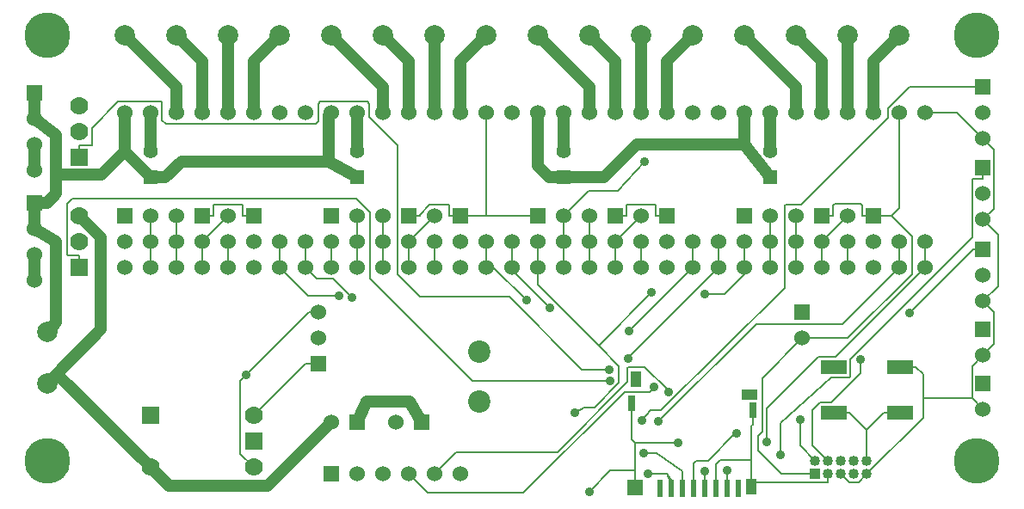
<source format=gbl>
G04 (created by PCBNEW-RS274X (2012-01-19 BZR 3256)-stable) date 29/09/2012 11:03:43*
G01*
G70*
G90*
%MOIN*%
G04 Gerber Fmt 3.4, Leading zero omitted, Abs format*
%FSLAX34Y34*%
G04 APERTURE LIST*
%ADD10C,0.006000*%
%ADD11C,0.070000*%
%ADD12R,0.070000X0.070000*%
%ADD13R,0.060000X0.060000*%
%ADD14C,0.060000*%
%ADD15R,0.098400X0.055000*%
%ADD16R,0.040000X0.040000*%
%ADD17C,0.040000*%
%ADD18C,0.086600*%
%ADD19C,0.078700*%
%ADD20R,0.023600X0.068900*%
%ADD21R,0.059100X0.039400*%
%ADD22R,0.039400X0.061000*%
%ADD23R,0.031500X0.059100*%
%ADD24R,0.059100X0.059100*%
%ADD25R,0.043300X0.059100*%
%ADD26C,0.177200*%
%ADD27R,0.055000X0.055000*%
%ADD28C,0.055000*%
%ADD29C,0.035000*%
%ADD30C,0.045000*%
%ADD31C,0.008000*%
G04 APERTURE END LIST*
G54D10*
G54D11*
X02750Y14250D03*
X02750Y15250D03*
G54D12*
X02750Y13250D03*
G54D11*
X02750Y10000D03*
X02750Y11000D03*
G54D12*
X02750Y09000D03*
G54D13*
X04500Y11000D03*
G54D14*
X05500Y11000D03*
G54D13*
X07500Y11000D03*
G54D14*
X06500Y11000D03*
G54D13*
X09500Y11000D03*
G54D14*
X08500Y11000D03*
G54D13*
X12500Y11000D03*
G54D14*
X13500Y11000D03*
G54D13*
X15500Y11000D03*
G54D14*
X14500Y11000D03*
G54D13*
X17500Y11000D03*
G54D14*
X16500Y11000D03*
G54D13*
X20500Y11000D03*
G54D14*
X21500Y11000D03*
G54D13*
X23500Y11000D03*
G54D14*
X22500Y11000D03*
G54D13*
X25500Y11000D03*
G54D14*
X24500Y11000D03*
G54D13*
X28500Y11000D03*
G54D14*
X29500Y11000D03*
G54D13*
X33500Y11000D03*
G54D14*
X32500Y11000D03*
G54D13*
X31500Y11000D03*
G54D14*
X30500Y11000D03*
G54D13*
X12500Y01000D03*
G54D14*
X13500Y01000D03*
X14500Y01000D03*
X15500Y01000D03*
X16500Y01000D03*
X17500Y01000D03*
G54D11*
X09500Y03250D03*
G54D12*
X09500Y02250D03*
G54D11*
X09500Y01250D03*
G54D15*
X34529Y05136D03*
X34529Y03364D03*
X31970Y05136D03*
X31970Y03364D03*
G54D16*
X31250Y01000D03*
G54D17*
X31250Y01500D03*
X31750Y01000D03*
X31750Y01500D03*
X32250Y01000D03*
X32250Y01500D03*
X32750Y01000D03*
X32750Y01500D03*
X33250Y01000D03*
X33250Y01500D03*
G54D13*
X30750Y07250D03*
G54D14*
X30750Y06250D03*
G54D12*
X05500Y03250D03*
G54D11*
X05500Y01250D03*
G54D18*
X18250Y05715D03*
X18250Y03785D03*
G54D19*
X08500Y18000D03*
X10500Y18000D03*
X06500Y18000D03*
X04500Y18000D03*
X16500Y18000D03*
X18500Y18000D03*
X14500Y18000D03*
X12500Y18000D03*
X32500Y18000D03*
X34500Y18000D03*
X30500Y18000D03*
X28500Y18000D03*
X24500Y18000D03*
X26500Y18000D03*
X22500Y18000D03*
X20500Y18000D03*
X01500Y04500D03*
X01500Y06500D03*
G54D20*
X28272Y00445D03*
X25241Y00445D03*
X25674Y00445D03*
X26107Y00445D03*
X26540Y00445D03*
X26973Y00445D03*
X27406Y00445D03*
X27839Y00445D03*
G54D21*
X28705Y04067D03*
G54D22*
X24296Y04678D03*
G54D23*
X28843Y03477D03*
X24138Y03733D03*
G54D24*
X24276Y00465D03*
G54D25*
X28783Y00485D03*
G54D13*
X12000Y05250D03*
G54D14*
X12000Y06250D03*
X12000Y07250D03*
G54D13*
X01000Y15750D03*
G54D14*
X01000Y14750D03*
X01000Y13750D03*
X01000Y12750D03*
G54D13*
X01000Y11500D03*
G54D14*
X01000Y10500D03*
X01000Y09500D03*
X01000Y08500D03*
G54D13*
X37750Y09700D03*
G54D14*
X37750Y08700D03*
X37750Y07700D03*
G54D13*
X37750Y12850D03*
G54D14*
X37750Y11850D03*
X37750Y10850D03*
G54D13*
X37750Y16000D03*
G54D14*
X37750Y15000D03*
X37750Y14000D03*
G54D13*
X37750Y06600D03*
G54D14*
X37750Y05600D03*
G54D13*
X37750Y04500D03*
G54D14*
X37750Y03500D03*
G54D13*
X13500Y03000D03*
G54D14*
X12500Y03000D03*
G54D13*
X16000Y03000D03*
G54D14*
X15000Y03000D03*
G54D26*
X37500Y01500D03*
X37500Y18000D03*
X01500Y18000D03*
X01500Y01500D03*
G54D14*
X35500Y09000D03*
X34500Y09000D03*
X33500Y09000D03*
X32500Y09000D03*
X31500Y09000D03*
X30500Y09000D03*
X29500Y09000D03*
X28500Y09000D03*
X28500Y15000D03*
X29500Y15000D03*
X30500Y15000D03*
X31500Y15000D03*
X32500Y15000D03*
X33500Y15000D03*
X34500Y15000D03*
X35500Y15000D03*
X28500Y10000D03*
X29500Y10000D03*
X30500Y10000D03*
X31500Y10000D03*
X32500Y10000D03*
X33500Y10000D03*
X34500Y10000D03*
X35500Y10000D03*
X27500Y09000D03*
X26500Y09000D03*
X25500Y09000D03*
X24500Y09000D03*
X23500Y09000D03*
X22500Y09000D03*
X21500Y09000D03*
X20500Y09000D03*
X20500Y15000D03*
X21500Y15000D03*
X22500Y15000D03*
X23500Y15000D03*
X24500Y15000D03*
X25500Y15000D03*
X26500Y15000D03*
X27500Y15000D03*
X20500Y10000D03*
X21500Y10000D03*
X22500Y10000D03*
X23500Y10000D03*
X24500Y10000D03*
X25500Y10000D03*
X26500Y10000D03*
X27500Y10000D03*
X19500Y09000D03*
X18500Y09000D03*
X17500Y09000D03*
X16500Y09000D03*
X15500Y09000D03*
X14500Y09000D03*
X13500Y09000D03*
X12500Y09000D03*
X12500Y15000D03*
X13500Y15000D03*
X14500Y15000D03*
X15500Y15000D03*
X16500Y15000D03*
X17500Y15000D03*
X18500Y15000D03*
X19500Y15000D03*
X12500Y10000D03*
X13500Y10000D03*
X14500Y10000D03*
X15500Y10000D03*
X16500Y10000D03*
X17500Y10000D03*
X18500Y10000D03*
X19500Y10000D03*
X11500Y09000D03*
X10500Y09000D03*
X09500Y09000D03*
X08500Y09000D03*
X07500Y09000D03*
X06500Y09000D03*
X05500Y09000D03*
X04500Y09000D03*
X04500Y15000D03*
X05500Y15000D03*
X06500Y15000D03*
X07500Y15000D03*
X08500Y15000D03*
X09500Y15000D03*
X10500Y15000D03*
X11500Y15000D03*
X04500Y10000D03*
X05500Y10000D03*
X06500Y10000D03*
X07500Y10000D03*
X08500Y10000D03*
X09500Y10000D03*
X10500Y10000D03*
X11500Y10000D03*
G54D27*
X05500Y12500D03*
G54D28*
X05500Y13500D03*
G54D27*
X13500Y12500D03*
G54D28*
X13500Y13500D03*
G54D27*
X21500Y12500D03*
G54D28*
X21500Y13500D03*
G54D27*
X29500Y12500D03*
G54D28*
X29500Y13500D03*
G54D29*
X09219Y04829D03*
X33002Y05433D03*
X30663Y03108D03*
X29380Y02220D03*
X13313Y07834D03*
X20976Y07421D03*
X23998Y05461D03*
X23295Y04608D03*
X23283Y05047D03*
X22500Y00310D03*
X25944Y02202D03*
X24650Y13100D03*
X24780Y00990D03*
X24995Y04355D03*
X25553Y04151D03*
X27840Y01140D03*
X24608Y01801D03*
X26970Y01110D03*
X25186Y03036D03*
X24900Y08020D03*
X26960Y07950D03*
X21930Y03380D03*
X12814Y07901D03*
X20060Y07719D03*
X24035Y06535D03*
X28190Y02550D03*
X24533Y03060D03*
X29900Y01730D03*
X34894Y07246D03*
G54D30*
X04500Y13500D02*
X04500Y15000D01*
X29500Y12500D02*
X28500Y13750D01*
X13500Y12500D02*
X12396Y13104D01*
X01850Y12591D02*
X01850Y11850D01*
X01500Y11500D02*
X01000Y11500D01*
X01850Y11850D02*
X01500Y11500D01*
X06687Y13104D02*
X06083Y12500D01*
X01850Y10000D02*
X01850Y06850D01*
X20500Y15000D02*
X20500Y14500D01*
X20500Y12940D02*
X20950Y12490D01*
X03591Y12591D02*
X04500Y13500D01*
X01850Y12591D02*
X03591Y12591D01*
X01850Y12650D02*
X01850Y12591D01*
X20500Y14500D02*
X20500Y12940D01*
X05500Y12500D02*
X06083Y12500D01*
X01000Y10500D02*
X01000Y11500D01*
X14716Y03798D02*
X13860Y03800D01*
X01000Y10500D02*
X01850Y10000D01*
X01850Y14142D02*
X01000Y14750D01*
X01850Y12591D02*
X01850Y14142D01*
X01850Y06850D02*
X01500Y06500D01*
X15520Y03790D02*
X14716Y03798D01*
X01000Y15750D02*
X01000Y14750D01*
X21500Y12500D02*
X23083Y12500D01*
X28500Y13750D02*
X24333Y13750D01*
X24333Y13750D02*
X23083Y12500D01*
X28500Y13750D02*
X28500Y15000D01*
X12396Y14896D02*
X12500Y15000D01*
X12396Y13104D02*
X12396Y14896D01*
X12396Y13104D02*
X06687Y13104D01*
X16000Y03000D02*
X15520Y03790D01*
X13500Y03000D02*
X13860Y03800D01*
X20950Y12490D02*
X21500Y12500D01*
X01000Y11500D02*
X01000Y11500D01*
X05500Y12500D02*
X04500Y13500D01*
G54D31*
X11500Y05250D02*
X09500Y03250D01*
X12000Y05250D02*
X11500Y05250D01*
X12000Y07250D02*
X11640Y07250D01*
X11640Y07250D02*
X09219Y04829D01*
X08974Y01776D02*
X09500Y01250D01*
X09219Y04829D02*
X08974Y04584D01*
X08974Y04584D02*
X08974Y01776D01*
G54D30*
X32500Y15000D02*
X32500Y18000D01*
X33500Y17000D02*
X34500Y18000D01*
X33500Y15000D02*
X33500Y17000D01*
X31500Y17000D02*
X30500Y18000D01*
X31500Y15000D02*
X31500Y17000D01*
X30500Y16000D02*
X28500Y18000D01*
X30500Y15000D02*
X30500Y16000D01*
X08500Y15000D02*
X08500Y18000D01*
X09500Y15000D02*
X09500Y17000D01*
X09500Y17000D02*
X10500Y18000D01*
X07500Y17000D02*
X06500Y18000D01*
X07500Y15000D02*
X07500Y17000D01*
X06500Y16000D02*
X04500Y18000D01*
X06500Y15000D02*
X06500Y16000D01*
X16500Y15000D02*
X16500Y18000D01*
X17500Y17000D02*
X18500Y18000D01*
X17500Y15000D02*
X17500Y17000D01*
X15500Y17000D02*
X14500Y18000D01*
X15500Y15000D02*
X15500Y17000D01*
X14500Y16000D02*
X12500Y18000D01*
X14500Y15000D02*
X14500Y16000D01*
X24500Y15000D02*
X24500Y18000D01*
X25500Y15000D02*
X25500Y17000D01*
X25500Y17000D02*
X26500Y18000D01*
X23500Y15000D02*
X23500Y17000D01*
X23500Y17000D02*
X22500Y18000D01*
X22500Y15000D02*
X22500Y16000D01*
X22500Y16000D02*
X20500Y18000D01*
G54D31*
X31750Y01500D02*
X31145Y02105D01*
X31145Y02105D02*
X31145Y03480D01*
X31428Y03763D02*
X31861Y03763D01*
X31861Y03763D02*
X33002Y04904D01*
X33002Y04904D02*
X33002Y05433D01*
X31145Y03480D02*
X31428Y03763D01*
X30663Y02087D02*
X30663Y03108D01*
X31250Y01500D02*
X30663Y02087D01*
X33250Y02700D02*
X33914Y03364D01*
X33250Y01500D02*
X33250Y02700D01*
X33250Y02700D02*
X33249Y02700D01*
X31970Y03364D02*
X32585Y03364D01*
X34529Y03364D02*
X33914Y03364D01*
X33249Y02700D02*
X32585Y03364D01*
X35500Y10000D02*
X35500Y09000D01*
X29373Y03537D02*
X29380Y02220D01*
X35500Y09000D02*
X32040Y05540D01*
X32040Y05540D02*
X31376Y05540D01*
X31376Y05540D02*
X29373Y03537D01*
X11500Y09000D02*
X11924Y08576D01*
X11924Y08576D02*
X12571Y08576D01*
X11500Y10000D02*
X11500Y09000D01*
X12571Y08576D02*
X13313Y07834D01*
X19500Y10000D02*
X19500Y09000D01*
X19500Y08897D02*
X20976Y07421D01*
X19500Y09000D02*
X19500Y08897D01*
X27500Y10000D02*
X27500Y09000D01*
X23998Y05498D02*
X23998Y05461D01*
X27500Y09000D02*
X23998Y05498D01*
X23295Y04608D02*
X17968Y04608D01*
X17968Y04608D02*
X14000Y08576D01*
X02277Y09495D02*
X02299Y09473D01*
X02299Y09473D02*
X02750Y09473D01*
X02750Y09000D02*
X02750Y09473D01*
X02461Y11648D02*
X02277Y11464D01*
X13471Y11648D02*
X02461Y11648D01*
X14000Y08576D02*
X14000Y11119D01*
X14000Y11119D02*
X13471Y11648D01*
X02277Y11464D02*
X02277Y09495D01*
X11895Y14556D02*
X06098Y14556D01*
X03223Y13745D02*
X03201Y13723D01*
X03223Y14405D02*
X03223Y13745D01*
X15947Y07855D02*
X15076Y08726D01*
X23283Y05047D02*
X22204Y05047D01*
X13976Y15342D02*
X13889Y15429D01*
X04242Y15424D02*
X03223Y14405D01*
X05922Y15424D02*
X04242Y15424D01*
X15076Y13742D02*
X13976Y14842D01*
X12069Y15429D02*
X11987Y15347D01*
X05944Y14710D02*
X05944Y15402D01*
X13889Y15429D02*
X12069Y15429D01*
X11987Y14648D02*
X11895Y14556D01*
X22204Y05047D02*
X19396Y07855D01*
X15076Y08726D02*
X15076Y13742D01*
X05944Y15402D02*
X05922Y15424D01*
X19396Y07855D02*
X15947Y07855D01*
X03201Y13723D02*
X02750Y13723D01*
X02750Y13250D02*
X02750Y13723D01*
X06098Y14556D02*
X05944Y14710D01*
X11987Y15347D02*
X11987Y14648D01*
X13976Y14842D02*
X13976Y15342D01*
X38174Y13576D02*
X38174Y11274D01*
X32926Y00676D02*
X33250Y01000D01*
X28843Y03327D02*
X28843Y02909D01*
X28783Y01530D02*
X28783Y02293D01*
X32574Y00676D02*
X32926Y00676D01*
X28986Y00676D02*
X28783Y00485D01*
X37326Y03924D02*
X37750Y03500D01*
X34529Y05136D02*
X35144Y05136D01*
X37750Y10850D02*
X38326Y10274D01*
X28783Y02849D02*
X28843Y02909D01*
X38326Y08276D02*
X37750Y07700D01*
X24138Y02340D02*
X24276Y02202D01*
X35500Y15000D02*
X36750Y15000D01*
X33250Y01000D02*
X35426Y03176D01*
X38326Y10274D02*
X38326Y08276D01*
X38174Y07276D02*
X38174Y06024D01*
X24276Y02202D02*
X25944Y02202D01*
X35426Y03924D02*
X37326Y03924D01*
X38174Y11274D02*
X37750Y10850D01*
X35426Y03176D02*
X35426Y03924D01*
X35426Y04854D02*
X35144Y05136D01*
X37326Y05176D02*
X37326Y03924D01*
X28843Y03477D02*
X28843Y02909D01*
X37750Y05600D02*
X37326Y05176D01*
X24276Y00315D02*
X24276Y00465D01*
X24276Y01120D02*
X23310Y01120D01*
X27560Y01530D02*
X28783Y01530D01*
X37750Y14000D02*
X38174Y13576D01*
X32250Y01000D02*
X32574Y00676D01*
X24138Y03733D02*
X24138Y03165D01*
X24138Y03165D02*
X24138Y02340D01*
X28783Y00485D02*
X28783Y01530D01*
X38174Y06024D02*
X37750Y05600D01*
X28783Y02293D02*
X28783Y02849D01*
X28783Y00485D02*
X28783Y00676D01*
X27406Y00445D02*
X27406Y01376D01*
X27406Y01376D02*
X27560Y01530D01*
X31728Y00676D02*
X31750Y00698D01*
X24276Y01120D02*
X24276Y00465D01*
X28783Y00485D02*
X28795Y00485D01*
X24276Y02202D02*
X24276Y01120D01*
X23310Y01120D02*
X22500Y00310D01*
X35426Y03924D02*
X35426Y04854D01*
X31750Y00698D02*
X31750Y01000D01*
X27406Y00445D02*
X27406Y00763D01*
X28783Y00676D02*
X31728Y00676D01*
X37750Y07700D02*
X38174Y07276D01*
X36750Y15000D02*
X37750Y14000D01*
X28795Y00485D02*
X28986Y00676D01*
G54D30*
X03582Y10168D02*
X03582Y06582D01*
X05500Y13500D02*
X05500Y15000D01*
X21500Y13500D02*
X21500Y14500D01*
X01875Y04875D02*
X05500Y01250D01*
X10039Y00539D02*
X12500Y03000D01*
X06211Y00539D02*
X10039Y00539D01*
X21500Y14500D02*
X21500Y15000D01*
X29500Y15000D02*
X29500Y15000D01*
X29500Y13500D02*
X29500Y15000D01*
X02750Y11000D02*
X03582Y10168D01*
X13500Y15000D02*
X13500Y15000D01*
X05500Y01250D02*
X06211Y00539D01*
X01875Y04875D02*
X01500Y04500D01*
X13500Y15000D02*
X13500Y13500D01*
X03582Y06582D02*
X01875Y04875D01*
G54D31*
X06500Y09000D02*
X06500Y10000D01*
X06500Y10000D02*
X06500Y11000D01*
X05500Y09000D02*
X05500Y10000D01*
X05500Y10000D02*
X05500Y11000D01*
X07500Y10000D02*
X07500Y09000D01*
X07500Y10000D02*
X08500Y11000D01*
X08500Y10000D02*
X08500Y09000D01*
X13500Y10000D02*
X13500Y11000D01*
X13500Y09000D02*
X13500Y10000D01*
X14500Y10000D02*
X14500Y11000D01*
X14500Y09000D02*
X14500Y10000D01*
X16500Y10000D02*
X16500Y09000D01*
X15500Y10000D02*
X15500Y09000D01*
X16500Y11000D02*
X15500Y10000D01*
X30500Y11000D02*
X30500Y10000D01*
X30500Y10000D02*
X30500Y09000D01*
X22462Y11962D02*
X23615Y11962D01*
X21500Y11000D02*
X22462Y11962D01*
X21500Y11000D02*
X21500Y10000D01*
X21500Y10000D02*
X21500Y09000D01*
X23615Y11962D02*
X24650Y13100D01*
X23500Y09000D02*
X23500Y10000D01*
X23500Y10000D02*
X24500Y11000D01*
X24500Y10000D02*
X24500Y09000D01*
X22500Y10000D02*
X22500Y09000D01*
X22500Y11000D02*
X22500Y10000D01*
X32500Y10000D02*
X32500Y09000D01*
X31500Y10000D02*
X32500Y11000D01*
X31500Y10000D02*
X31500Y09000D01*
X29500Y09000D02*
X29500Y10000D01*
X29500Y10000D02*
X29500Y11000D01*
G54D30*
X01000Y12750D02*
X01000Y13750D01*
X01000Y08500D02*
X01000Y09500D01*
G54D31*
X25487Y00993D02*
X24779Y00993D01*
X25674Y00763D02*
X25487Y00993D01*
X25674Y00636D02*
X25487Y00993D01*
X25674Y00445D02*
X25674Y00636D01*
X24779Y00993D02*
X24780Y00990D01*
X15500Y01000D02*
X16240Y00260D01*
X19949Y00260D02*
X23869Y04180D01*
X23869Y04180D02*
X24820Y04180D01*
X24820Y04180D02*
X24995Y04355D01*
X16240Y00260D02*
X19949Y00260D01*
X16500Y01000D02*
X17343Y01843D01*
X17343Y01843D02*
X21254Y01843D01*
X25553Y04219D02*
X25553Y04151D01*
X24652Y05120D02*
X25553Y04219D01*
X23999Y05120D02*
X24652Y05120D01*
X23969Y05090D02*
X23999Y05120D01*
X23969Y04558D02*
X23969Y05090D01*
X21254Y01843D02*
X23969Y04558D01*
X27839Y00763D02*
X27839Y00445D01*
X27839Y00445D02*
X27839Y00763D01*
X27839Y00445D02*
X27840Y01140D01*
X24912Y01801D02*
X24608Y01801D01*
X26110Y00840D02*
X26110Y01100D01*
X26107Y00633D02*
X26110Y00840D01*
X26110Y01100D02*
X25099Y01801D01*
X26107Y00445D02*
X26107Y00633D01*
X25099Y01801D02*
X24912Y01801D01*
X26973Y00445D02*
X26973Y00445D01*
X26973Y00445D02*
X26970Y01110D01*
X26973Y00295D02*
X26973Y00445D01*
X28959Y06809D02*
X25186Y03036D01*
X34500Y09000D02*
X32309Y06809D01*
X34500Y10000D02*
X34500Y09000D01*
X32309Y06809D02*
X28959Y06809D01*
X22688Y03558D02*
X23650Y04520D01*
X28500Y10000D02*
X28500Y09000D01*
X28500Y08730D02*
X27720Y07950D01*
X22310Y03560D02*
X22306Y03558D01*
X24900Y08020D02*
X22860Y05980D01*
X22860Y05980D02*
X22860Y05970D01*
X12500Y10000D02*
X12500Y09000D01*
X20500Y10000D02*
X20500Y09000D01*
X28500Y09000D02*
X28500Y08730D01*
X21710Y07120D02*
X21710Y07122D01*
X22306Y03558D02*
X21930Y03380D01*
X22306Y03558D02*
X22688Y03558D01*
X20500Y08332D02*
X20500Y09000D01*
X27720Y07950D02*
X26960Y07950D01*
X21710Y07122D02*
X20500Y08332D01*
X23650Y05180D02*
X22860Y05970D01*
X23650Y04520D02*
X23650Y05180D01*
X22860Y05970D02*
X21710Y07120D01*
X10500Y09000D02*
X11599Y07901D01*
X10500Y10000D02*
X10500Y09000D01*
X11599Y07901D02*
X12814Y07901D01*
X18500Y10000D02*
X18500Y09000D01*
X18500Y09000D02*
X18779Y09000D01*
X18779Y09000D02*
X20060Y07719D01*
X26500Y10000D02*
X26500Y09000D01*
X26500Y09000D02*
X24035Y06535D01*
X30750Y06250D02*
X29196Y04696D01*
X09077Y11401D02*
X09055Y11423D01*
X18500Y11000D02*
X17500Y11000D01*
X29049Y02480D02*
X29049Y01887D01*
X29196Y02627D02*
X29049Y02480D01*
X29196Y04696D02*
X29196Y02627D01*
X29936Y01000D02*
X31250Y01000D01*
X29049Y01887D02*
X29936Y01000D01*
X23500Y11000D02*
X23923Y11000D01*
X33500Y11000D02*
X33077Y11000D01*
X15500Y11000D02*
X15923Y11000D01*
X25055Y11423D02*
X25077Y11401D01*
X09077Y11000D02*
X09077Y11401D01*
X31500Y11000D02*
X31923Y11000D01*
X07500Y11000D02*
X07923Y11000D01*
X33500Y11000D02*
X34212Y11000D01*
X26540Y00445D02*
X26540Y00763D01*
X25500Y11000D02*
X25077Y11000D01*
X09500Y11000D02*
X09077Y11000D01*
X23923Y11401D02*
X23945Y11423D01*
X26645Y01495D02*
X26660Y01510D01*
X23945Y11423D02*
X25055Y11423D01*
X15923Y11000D02*
X15923Y11029D01*
X28150Y02550D02*
X28190Y02550D01*
X17500Y11000D02*
X17077Y11000D01*
X26540Y00445D02*
X26540Y01390D01*
X20077Y11000D02*
X18500Y11000D01*
X23923Y11000D02*
X23923Y11401D01*
X18500Y15000D02*
X18500Y11000D01*
X07923Y11401D02*
X07923Y11000D01*
X25077Y11401D02*
X25077Y11000D01*
X26645Y01495D02*
X27095Y01495D01*
X31995Y11473D02*
X33005Y11473D01*
X31923Y11000D02*
X31923Y11401D01*
X20500Y11000D02*
X20077Y11000D01*
X33077Y11401D02*
X33077Y11000D01*
X17055Y11423D02*
X17077Y11401D01*
X27095Y01495D02*
X28150Y02550D01*
X26540Y01390D02*
X26645Y01495D01*
X32517Y06250D02*
X30750Y06250D01*
X34500Y11288D02*
X34212Y11000D01*
X09055Y11423D02*
X07945Y11423D01*
X34500Y15000D02*
X34500Y11288D01*
X07945Y11423D02*
X07923Y11401D01*
X17077Y11401D02*
X17077Y11000D01*
X35000Y08733D02*
X32517Y06250D01*
X33005Y11473D02*
X33077Y11401D01*
X31923Y11401D02*
X31995Y11473D01*
X34212Y11000D02*
X35000Y10212D01*
X15923Y11029D02*
X16317Y11423D01*
X16317Y11423D02*
X17055Y11423D01*
X35000Y10212D02*
X35000Y08733D01*
X30066Y08200D02*
X25276Y03459D01*
X30066Y11401D02*
X30066Y08200D01*
X30088Y11423D02*
X30066Y11401D01*
X34059Y14792D02*
X30690Y11423D01*
X34901Y16000D02*
X34059Y15158D01*
X30690Y11423D02*
X30088Y11423D01*
X34059Y15158D02*
X34059Y14792D01*
X37750Y16000D02*
X34901Y16000D01*
X25128Y03459D02*
X24872Y03459D01*
X24872Y03459D02*
X24533Y03060D01*
X25139Y03459D02*
X25128Y03459D01*
X25276Y03459D02*
X25139Y03459D01*
X32591Y05443D02*
X32591Y04760D01*
X29895Y02721D02*
X29900Y01730D01*
X32569Y04738D02*
X31872Y04738D01*
X37750Y12427D02*
X37349Y12427D01*
X37349Y12427D02*
X37327Y12405D01*
X37327Y12405D02*
X37327Y10179D01*
X37327Y10179D02*
X32591Y05443D01*
X32591Y04760D02*
X32569Y04738D01*
X37750Y12850D02*
X37750Y12427D01*
X29895Y02971D02*
X29895Y02721D01*
X31872Y04738D02*
X29895Y02971D01*
X37327Y09700D02*
X37327Y09679D01*
X37327Y09679D02*
X34894Y07246D01*
X37327Y09700D02*
X37750Y09700D01*
M02*

</source>
